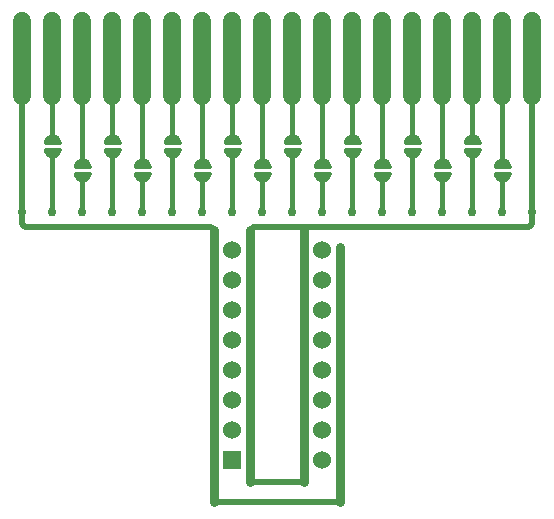
<source format=gtl>
%FSTAX24Y24*%
%MOIN*%
%IN card16pad.gtl *%
%ADD10C,0.0100*%
%ADD11C,0.0150*%
%ADD12C,0.0200*%
%ADD13C,0.0300*%
%ADD14C,0.0600*%
%ADD15R,0.0600X0.0600*%
D14*X01146Y005591D03*X00846Y011591D03*Y010591D03*Y009591D03*Y008591D03*
Y007591D03*Y006591D03*D15*Y005591D03*D14*X01146Y006591D03*Y007591D03*
Y008591D03*Y009591D03*Y010591D03*Y011591D03*Y012591D03*X00846D03*D13*
X01546Y013866D03*X00346D03*X01346D03*X00146D03*X00746D03*X00546D03*
X01446D03*X01646D03*X01846D03*X01746D03*X01146D03*X00946D03*X00246D03*
X00446D03*X00646D03*X00846D03*X01046D03*X01246D03*D14*X01746Y020216D02*
G01Y017716D01*X01046Y020216D02*Y017716D01*X01646Y020216D02*Y017716D01*
X01546Y020216D02*Y017716D01*X00646Y020216D02*Y017716D01*
X00546Y020216D02*Y017716D01*X00146Y020216D02*Y017716D01*
X00246Y020216D02*Y017716D01*X01146Y020216D02*Y017716D01*
X01246Y020216D02*Y017716D01*X00946Y020216D02*Y017716D01*
X01846Y020216D02*Y017716D01*X00846Y020216D02*Y017716D01*
X00746Y020216D02*Y017716D01*X01446Y020216D02*Y017716D01*
X01346Y020216D02*Y017716D01*X00346Y020216D02*Y017716D01*
X00446Y020216D02*Y017716D01*D12*X00146Y017591D02*Y013466D01*
X00156Y013366D01*X00776D01*X00786Y013266D01*D13*Y004191D01*D12*
X01206D01*D13*Y012691D01*D12*X01846Y017591D02*Y013466D01*
X01836Y013366D01*X00916D01*D13*X01086Y013266D02*Y004866D01*D12*
X00906D01*D11*X00246Y016216D02*Y017441D01*X00346Y018191D02*Y015416D01*
X00446Y016216D02*Y017591D01*X00546Y015416D02*Y018191D01*
X00646Y016216D02*Y017591D01*X00746Y015416D02*Y018191D01*
X00846Y016216D02*Y017591D01*X00946Y015416D02*Y018191D01*
X01046Y016216D02*Y017591D01*X01146Y015416D02*Y018191D01*
X01246Y016216D02*Y017591D01*X01346Y015416D02*Y018191D01*
X01446Y016216D02*Y017591D01*X01546Y015416D02*Y018191D01*
X01646Y016216D02*Y017591D01*X01746Y015416D02*Y018191D01*
X00246Y013866D02*Y015916D01*X00346Y015116D02*Y013866D01*X00446D02*
Y015916D01*X00546Y013866D02*Y015116D01*X00646Y013866D02*Y015916D01*
X00746Y013866D02*Y015116D01*X00846Y013866D02*Y015916D01*
X00946Y013866D02*Y015116D01*X01046Y013866D02*Y015916D01*
X01146Y013866D02*Y015116D01*X01246Y013866D02*Y015916D01*
X01346Y013866D02*Y015116D01*X01446Y013866D02*Y015916D01*
X01546Y013866D02*Y015116D01*X01646Y013866D02*Y015916D01*
X01746Y013866D02*Y015116D01*D10*X01721Y015366D02*X017222Y015443D01*
X017258Y015513D01*X017313Y015568D01*X017383Y015604D01*X01746Y015616D01*
X017537Y015604D01*X017607Y015568D01*X017662Y015513D01*
X017698Y015443D01*X01771Y015366D01*X01721D01*X01741Y015516D02*
X01731D01*X01761D01*X01726Y015466D02*X01766D01*X01771Y015166D02*
X017698Y015089D01*X017662Y015019D01*X017607Y014964D01*
X017537Y014928D01*X01746Y014916D01*X017383Y014928D01*X017313Y014964D01*
X017258Y015019D01*X017222Y015089D01*X01721Y015166D01*X01771D01*
X01751Y015016D02*X01761D01*X01731D01*X01766Y015066D02*X01726D01*
X01521Y015366D02*X015222Y015443D01*X015258Y015513D01*X015313Y015568D01*
X015383Y015604D01*X01546Y015616D01*X015537Y015604D01*X015607Y015568D01*
X015662Y015513D01*X015698Y015443D01*X01571Y015366D01*X01521D01*
X01541Y015516D02*X01531D01*X01561D01*X01526Y015466D02*X01566D01*
X01571Y015166D02*X015698Y015089D01*X015662Y015019D01*X015607Y014964D01*
X015537Y014928D01*X01546Y014916D01*X015383Y014928D01*X015313Y014964D01*
X015258Y015019D01*X015222Y015089D01*X01521Y015166D01*X01571D01*
X01551Y015016D02*X01561D01*X01531D01*X01566Y015066D02*X01526D01*
X01321Y015366D02*X013222Y015443D01*X013258Y015513D01*X013313Y015568D01*
X013383Y015604D01*X01346Y015616D01*X013537Y015604D01*X013607Y015568D01*
X013662Y015513D01*X013698Y015443D01*X01371Y015366D01*X01321D01*
X01341Y015516D02*X01331D01*X01361D01*X01326Y015466D02*X01366D01*
X01371Y015166D02*X013698Y015089D01*X013662Y015019D01*X013607Y014964D01*
X013537Y014928D01*X01346Y014916D01*X013383Y014928D01*X013313Y014964D01*
X013258Y015019D01*X013222Y015089D01*X01321Y015166D01*X01371D01*
X01351Y015016D02*X01361D01*X01331D01*X01366Y015066D02*X01326D01*
X01121Y015366D02*X011222Y015443D01*X011258Y015513D01*X011313Y015568D01*
X011383Y015604D01*X01146Y015616D01*X011537Y015604D01*X011607Y015568D01*
X011662Y015513D01*X011698Y015443D01*X01171Y015366D01*X01121D01*
X01141Y015516D02*X01131D01*X01161D01*X01126Y015466D02*X01166D01*
X01171Y015166D02*X011698Y015089D01*X011662Y015019D01*X011607Y014964D01*
X011537Y014928D01*X01146Y014916D01*X011383Y014928D01*X011313Y014964D01*
X011258Y015019D01*X011222Y015089D01*X01121Y015166D01*X01171D01*
X01151Y015016D02*X01161D01*X01131D01*X01166Y015066D02*X01126D01*
X00921Y015366D02*X009222Y015443D01*X009258Y015513D01*X009313Y015568D01*
X009383Y015604D01*X00946Y015616D01*X009537Y015604D01*X009607Y015568D01*
X009662Y015513D01*X009698Y015443D01*X00971Y015366D01*X00921D01*
X00941Y015516D02*X00931D01*X00961D01*X00926Y015466D02*X00966D01*
X00971Y015166D02*X009698Y015089D01*X009662Y015019D01*X009607Y014964D01*
X009537Y014928D01*X00946Y014916D01*X009383Y014928D01*X009313Y014964D01*
X009258Y015019D01*X009222Y015089D01*X00921Y015166D01*X00971D01*
X00951Y015016D02*X00961D01*X00931D01*X00966Y015066D02*X00926D01*
X00721Y015366D02*X007222Y015443D01*X007258Y015513D01*X007313Y015568D01*
X007383Y015604D01*X00746Y015616D01*X007537Y015604D01*X007607Y015568D01*
X007662Y015513D01*X007698Y015443D01*X00771Y015366D01*X00721D01*
X00741Y015516D02*X00731D01*X00761D01*X00726Y015466D02*X00766D01*
X00771Y015166D02*X007698Y015089D01*X007662Y015019D01*X007607Y014964D01*
X007537Y014928D01*X00746Y014916D01*X007383Y014928D01*X007313Y014964D01*
X007258Y015019D01*X007222Y015089D01*X00721Y015166D01*X00771D01*
X00751Y015016D02*X00761D01*X00731D01*X00766Y015066D02*X00726D01*
X00521Y015366D02*X005222Y015443D01*X005258Y015513D01*X005313Y015568D01*
X005383Y015604D01*X00546Y015616D01*X005537Y015604D01*X005607Y015568D01*
X005662Y015513D01*X005698Y015443D01*X00571Y015366D01*X00521D01*
X00541Y015516D02*X00531D01*X00561D01*X00526Y015466D02*X00566D01*
X00571Y015166D02*X005698Y015089D01*X005662Y015019D01*X005607Y014964D01*
X005537Y014928D01*X00546Y014916D01*X005383Y014928D01*X005313Y014964D01*
X005258Y015019D01*X005222Y015089D01*X00521Y015166D01*X00571D01*
X00551Y015016D02*X00561D01*X00531D01*X00566Y015066D02*X00526D01*
X00321Y015366D02*X003222Y015443D01*X003258Y015513D01*X003313Y015568D01*
X003383Y015604D01*X00346Y015616D01*X003537Y015604D01*X003607Y015568D01*
X003662Y015513D01*X003698Y015443D01*X00371Y015366D01*X00321D01*
X00341Y015516D02*X00331D01*X00361D01*X00326Y015466D02*X00366D01*
X00371Y015166D02*X003698Y015089D01*X003662Y015019D01*X003607Y014964D01*
X003537Y014928D01*X00346Y014916D01*X003383Y014928D01*X003313Y014964D01*
X003258Y015019D01*X003222Y015089D01*X00321Y015166D01*X00371D01*
X00351Y015016D02*X00361D01*X00331D01*X00366Y015066D02*X00326D01*
X01621Y016166D02*X016222Y016243D01*X016258Y016313D01*X016313Y016368D01*
X016383Y016404D01*X01646Y016416D01*X016537Y016404D01*X016607Y016368D01*
X016662Y016313D01*X016698Y016243D01*X01671Y016166D01*X01621D01*
X01641Y016316D02*X01631D01*X01661D01*X01626Y016266D02*X01666D01*
X01671Y015966D02*X016698Y015889D01*X016662Y015819D01*X016607Y015764D01*
X016537Y015728D01*X01646Y015716D01*X016383Y015728D01*X016313Y015764D01*
X016258Y015819D01*X016222Y015889D01*X01621Y015966D01*X01671D01*
X01651Y015816D02*X01661D01*X01631D01*X01666Y015866D02*X01626D01*
X01421Y016166D02*X014222Y016243D01*X014258Y016313D01*X014313Y016368D01*
X014383Y016404D01*X01446Y016416D01*X014537Y016404D01*X014607Y016368D01*
X014662Y016313D01*X014698Y016243D01*X01471Y016166D01*X01421D01*
X01441Y016316D02*X01431D01*X01461D01*X01426Y016266D02*X01466D01*
X01471Y015966D02*X014698Y015889D01*X014662Y015819D01*X014607Y015764D01*
X014537Y015728D01*X01446Y015716D01*X014383Y015728D01*X014313Y015764D01*
X014258Y015819D01*X014222Y015889D01*X01421Y015966D01*X01471D01*
X01451Y015816D02*X01461D01*X01431D01*X01466Y015866D02*X01426D01*
X01221Y016166D02*X012222Y016243D01*X012258Y016313D01*X012313Y016368D01*
X012383Y016404D01*X01246Y016416D01*X012537Y016404D01*X012607Y016368D01*
X012662Y016313D01*X012698Y016243D01*X01271Y016166D01*X01221D01*
X01241Y016316D02*X01231D01*X01261D01*X01226Y016266D02*X01266D01*
X01271Y015966D02*X012698Y015889D01*X012662Y015819D01*X012607Y015764D01*
X012537Y015728D01*X01246Y015716D01*X012383Y015728D01*X012313Y015764D01*
X012258Y015819D01*X012222Y015889D01*X01221Y015966D01*X01271D01*
X01251Y015816D02*X01261D01*X01231D01*X01266Y015866D02*X01226D01*
X01021Y016166D02*X010222Y016243D01*X010258Y016313D01*X010313Y016368D01*
X010383Y016404D01*X01046Y016416D01*X010537Y016404D01*X010607Y016368D01*
X010662Y016313D01*X010698Y016243D01*X01071Y016166D01*X01021D01*
X01041Y016316D02*X01031D01*X01061D01*X01026Y016266D02*X01066D01*
X01071Y015966D02*X010698Y015889D01*X010662Y015819D01*X010607Y015764D01*
X010537Y015728D01*X01046Y015716D01*X010383Y015728D01*X010313Y015764D01*
X010258Y015819D01*X010222Y015889D01*X01021Y015966D01*X01071D01*
X01051Y015816D02*X01061D01*X01031D01*X01066Y015866D02*X01026D01*
X00821Y016166D02*X008222Y016243D01*X008258Y016313D01*X008313Y016368D01*
X008383Y016404D01*X00846Y016416D01*X008537Y016404D01*X008607Y016368D01*
X008662Y016313D01*X008698Y016243D01*X00871Y016166D01*X00821D01*
X00841Y016316D02*X00831D01*X00861D01*X00826Y016266D02*X00866D01*
X00871Y015966D02*X008698Y015889D01*X008662Y015819D01*X008607Y015764D01*
X008537Y015728D01*X00846Y015716D01*X008383Y015728D01*X008313Y015764D01*
X008258Y015819D01*X008222Y015889D01*X00821Y015966D01*X00871D01*
X00851Y015816D02*X00861D01*X00831D01*X00866Y015866D02*X00826D01*
X00621Y016166D02*X006222Y016243D01*X006258Y016313D01*X006313Y016368D01*
X006383Y016404D01*X00646Y016416D01*X006537Y016404D01*X006607Y016368D01*
X006662Y016313D01*X006698Y016243D01*X00671Y016166D01*X00621D01*
X00641Y016316D02*X00631D01*X00661D01*X00626Y016266D02*X00666D01*
X00671Y015966D02*X006698Y015889D01*X006662Y015819D01*X006607Y015764D01*
X006537Y015728D01*X00646Y015716D01*X006383Y015728D01*X006313Y015764D01*
X006258Y015819D01*X006222Y015889D01*X00621Y015966D01*X00671D01*
X00651Y015816D02*X00661D01*X00631D01*X00666Y015866D02*X00626D01*
X00421Y016166D02*X004222Y016243D01*X004258Y016313D01*X004313Y016368D01*
X004383Y016404D01*X00446Y016416D01*X004537Y016404D01*X004607Y016368D01*
X004662Y016313D01*X004698Y016243D01*X00471Y016166D01*X00421D01*
X00441Y016316D02*X00431D01*X00461D01*X00426Y016266D02*X00466D01*
X00471Y015966D02*X004698Y015889D01*X004662Y015819D01*X004607Y015764D01*
X004537Y015728D01*X00446Y015716D01*X004383Y015728D01*X004313Y015764D01*
X004258Y015819D01*X004222Y015889D01*X00421Y015966D01*X00471D01*
X00451Y015816D02*X00461D01*X00431D01*X00466Y015866D02*X00426D01*
X00221Y016166D02*X002222Y016243D01*X002258Y016313D01*X002313Y016368D01*
X002383Y016404D01*X00246Y016416D01*X002537Y016404D01*X002607Y016368D01*
X002662Y016313D01*X002698Y016243D01*X00271Y016166D01*X00221D01*
X00241Y016316D02*X00231D01*X00261D01*X00226Y016266D02*X00266D01*
X00271Y015966D02*X002698Y015889D01*X002662Y015819D01*X002607Y015764D01*
X002537Y015728D01*X00246Y015716D01*X002383Y015728D01*X002313Y015764D01*
X002258Y015819D01*X002222Y015889D01*X00221Y015966D01*X00271D01*
X00251Y015816D02*X00261D01*X00231D01*X00266Y015866D02*X00226D01*D13*
X00906Y013266D02*Y004866D01*
M02*
</source>
